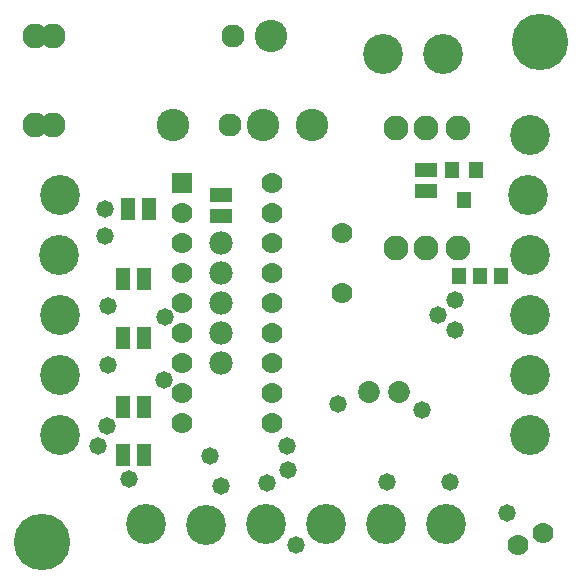
<source format=gbs>
%FSLAX23Y23*%
%MOIN*%
G70*
G01*
G75*
%ADD10R,0.063X0.040*%
%ADD11R,0.050X0.040*%
%ADD12R,0.040X0.063*%
%ADD13R,0.040X0.050*%
%ADD14C,0.015*%
%ADD15C,0.025*%
%ADD16C,0.030*%
%ADD17C,0.010*%
%ADD18C,0.020*%
%ADD19C,0.008*%
%ADD20C,0.050*%
%ADD21C,0.062*%
%ADD22C,0.065*%
%ADD23C,0.180*%
%ADD24C,0.125*%
%ADD25C,0.075*%
%ADD26C,0.100*%
%ADD27C,0.069*%
%ADD28C,0.070*%
%ADD29R,0.062X0.062*%
%ADD30R,0.040X0.065*%
%ADD31R,0.065X0.040*%
%ADD32C,0.040*%
%ADD33R,0.040X0.062*%
%ADD34R,0.062X0.040*%
%ADD35C,0.009*%
%ADD36C,0.012*%
%ADD37C,0.007*%
%ADD38R,0.071X0.048*%
%ADD39R,0.058X0.048*%
%ADD40R,0.048X0.071*%
%ADD41R,0.048X0.058*%
%ADD42C,0.058*%
%ADD43C,0.073*%
%ADD44C,0.188*%
%ADD45C,0.133*%
%ADD46C,0.083*%
%ADD47C,0.108*%
%ADD48C,0.077*%
%ADD49C,0.078*%
%ADD50R,0.070X0.070*%
%ADD51R,0.048X0.073*%
%ADD52R,0.073X0.048*%
D28*
X10837Y7193D02*
D03*
X10752Y7153D02*
D03*
X9632Y8257D02*
D03*
Y8158D02*
D03*
Y8057D02*
D03*
Y7957D02*
D03*
Y7858D02*
D03*
Y7758D02*
D03*
Y7657D02*
D03*
Y7557D02*
D03*
X9932D02*
D03*
Y7657D02*
D03*
Y7758D02*
D03*
Y7858D02*
D03*
Y7957D02*
D03*
Y8057D02*
D03*
Y8158D02*
D03*
Y8257D02*
D03*
Y8358D02*
D03*
X10167Y7992D02*
D03*
Y8193D02*
D03*
D41*
X10613Y8403D02*
D03*
X10533D02*
D03*
X10573Y8302D02*
D03*
X10627Y8047D02*
D03*
X10557D02*
D03*
X10698D02*
D03*
D42*
X10488Y7918D02*
D03*
X10542Y7867D02*
D03*
Y7968D02*
D03*
X10717Y7258D02*
D03*
X10318Y7363D02*
D03*
X10528D02*
D03*
X10432Y7602D02*
D03*
X10012Y7153D02*
D03*
X9983Y7483D02*
D03*
X10153Y7622D02*
D03*
X9988Y7403D02*
D03*
X9917Y7358D02*
D03*
X9727Y7448D02*
D03*
X9762Y7347D02*
D03*
D03*
X9382Y7548D02*
D03*
X9387Y7753D02*
D03*
X9578Y7912D02*
D03*
X9573Y7702D02*
D03*
X9458Y7372D02*
D03*
X9377Y8273D02*
D03*
Y8182D02*
D03*
X9387Y7948D02*
D03*
X9352Y7483D02*
D03*
D43*
X10358Y7662D02*
D03*
X10257D02*
D03*
D44*
X10828Y8828D02*
D03*
X9167Y7162D02*
D03*
D45*
X9227Y7517D02*
D03*
Y7718D02*
D03*
Y7918D02*
D03*
Y8318D02*
D03*
X9222Y8118D02*
D03*
X10502Y8788D02*
D03*
X10302D02*
D03*
X10792Y7517D02*
D03*
Y7718D02*
D03*
Y7918D02*
D03*
Y8118D02*
D03*
Y8517D02*
D03*
X10788Y8318D02*
D03*
X10512Y7222D02*
D03*
X10312D02*
D03*
X10113D02*
D03*
X9913D02*
D03*
X9512D02*
D03*
X9712Y7218D02*
D03*
D46*
X9142Y8552D02*
D03*
Y8847D02*
D03*
X9203D02*
D03*
Y8552D02*
D03*
X10552Y8142D02*
D03*
Y8542D02*
D03*
X10448Y8142D02*
D03*
Y8542D02*
D03*
X10347Y8142D02*
D03*
Y8542D02*
D03*
D47*
X9931Y8847D02*
D03*
X10068Y8552D02*
D03*
X9903D02*
D03*
X9602D02*
D03*
D48*
X9792D02*
D03*
X9802Y8847D02*
D03*
D49*
X9762Y8158D02*
D03*
Y8057D02*
D03*
Y7957D02*
D03*
Y7858D02*
D03*
Y7758D02*
D03*
D50*
X9632Y8358D02*
D03*
D51*
X9438Y7452D02*
D03*
X9507D02*
D03*
X9438Y7613D02*
D03*
X9507D02*
D03*
X9438Y7843D02*
D03*
X9507D02*
D03*
X9438Y8038D02*
D03*
X9507D02*
D03*
X9523Y8273D02*
D03*
X9453D02*
D03*
D52*
X9762Y8248D02*
D03*
Y8318D02*
D03*
X10448Y8333D02*
D03*
Y8403D02*
D03*
M02*

</source>
